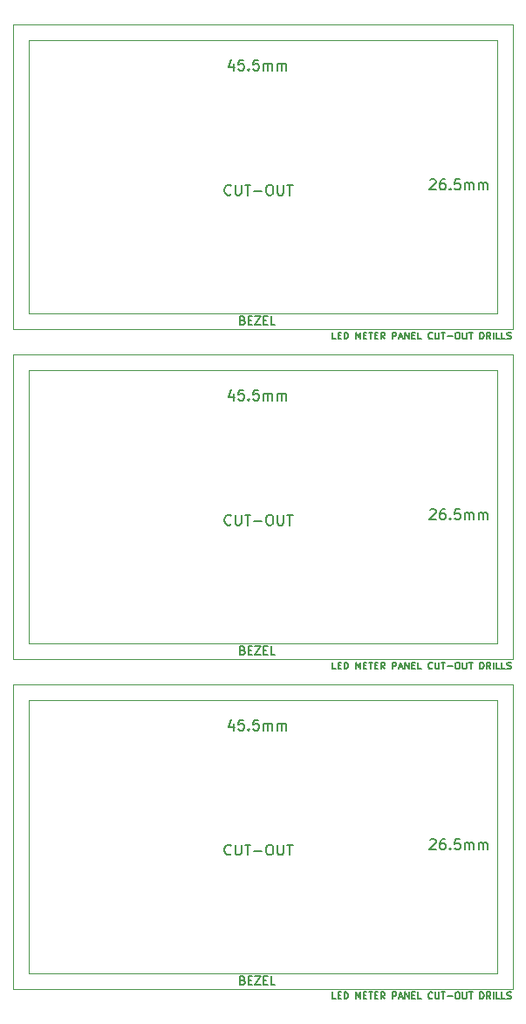
<source format=gbr>
G04 #@! TF.GenerationSoftware,KiCad,Pcbnew,5.1.5+dfsg1-2build2*
G04 #@! TF.CreationDate,2022-03-04T19:21:09-05:00*
G04 #@! TF.ProjectId,,58585858-5858-4585-9858-585858585858,rev?*
G04 #@! TF.SameCoordinates,Original*
G04 #@! TF.FileFunction,Legend,Top*
G04 #@! TF.FilePolarity,Positive*
%FSLAX46Y46*%
G04 Gerber Fmt 4.6, Leading zero omitted, Abs format (unit mm)*
G04 Created by KiCad (PCBNEW 5.1.5+dfsg1-2build2) date 2022-03-04 19:21:09*
%MOMM*%
%LPD*%
G04 APERTURE LIST*
%ADD10C,0.150000*%
%ADD11C,0.120000*%
G04 APERTURE END LIST*
D10*
X110490291Y-141626337D02*
X110604577Y-141664432D01*
X110642672Y-141702527D01*
X110680767Y-141778718D01*
X110680767Y-141893003D01*
X110642672Y-141969194D01*
X110604577Y-142007289D01*
X110528386Y-142045384D01*
X110223624Y-142045384D01*
X110223624Y-141245384D01*
X110490291Y-141245384D01*
X110566481Y-141283480D01*
X110604577Y-141321575D01*
X110642672Y-141397765D01*
X110642672Y-141473956D01*
X110604577Y-141550146D01*
X110566481Y-141588241D01*
X110490291Y-141626337D01*
X110223624Y-141626337D01*
X111023624Y-141626337D02*
X111290291Y-141626337D01*
X111404577Y-142045384D02*
X111023624Y-142045384D01*
X111023624Y-141245384D01*
X111404577Y-141245384D01*
X111671243Y-141245384D02*
X112204577Y-141245384D01*
X111671243Y-142045384D01*
X112204577Y-142045384D01*
X112509339Y-141626337D02*
X112776005Y-141626337D01*
X112890291Y-142045384D02*
X112509339Y-142045384D01*
X112509339Y-141245384D01*
X112890291Y-141245384D01*
X113614100Y-142045384D02*
X113233148Y-142045384D01*
X113233148Y-141245384D01*
X110490291Y-109626337D02*
X110604577Y-109664432D01*
X110642672Y-109702527D01*
X110680767Y-109778718D01*
X110680767Y-109893003D01*
X110642672Y-109969194D01*
X110604577Y-110007289D01*
X110528386Y-110045384D01*
X110223624Y-110045384D01*
X110223624Y-109245384D01*
X110490291Y-109245384D01*
X110566481Y-109283480D01*
X110604577Y-109321575D01*
X110642672Y-109397765D01*
X110642672Y-109473956D01*
X110604577Y-109550146D01*
X110566481Y-109588241D01*
X110490291Y-109626337D01*
X110223624Y-109626337D01*
X111023624Y-109626337D02*
X111290291Y-109626337D01*
X111404577Y-110045384D02*
X111023624Y-110045384D01*
X111023624Y-109245384D01*
X111404577Y-109245384D01*
X111671243Y-109245384D02*
X112204577Y-109245384D01*
X111671243Y-110045384D01*
X112204577Y-110045384D01*
X112509339Y-109626337D02*
X112776005Y-109626337D01*
X112890291Y-110045384D02*
X112509339Y-110045384D01*
X112509339Y-109245384D01*
X112890291Y-109245384D01*
X113614100Y-110045384D02*
X113233148Y-110045384D01*
X113233148Y-109245384D01*
D11*
X88207000Y-112969080D02*
X88207000Y-142469080D01*
X88207000Y-80969080D02*
X88207000Y-110469080D01*
D10*
X109350942Y-129391422D02*
X109303323Y-129439041D01*
X109160466Y-129486660D01*
X109065228Y-129486660D01*
X108922371Y-129439041D01*
X108827133Y-129343803D01*
X108779514Y-129248565D01*
X108731895Y-129058089D01*
X108731895Y-128915232D01*
X108779514Y-128724756D01*
X108827133Y-128629518D01*
X108922371Y-128534280D01*
X109065228Y-128486660D01*
X109160466Y-128486660D01*
X109303323Y-128534280D01*
X109350942Y-128581899D01*
X109779514Y-128486660D02*
X109779514Y-129296184D01*
X109827133Y-129391422D01*
X109874752Y-129439041D01*
X109969990Y-129486660D01*
X110160466Y-129486660D01*
X110255704Y-129439041D01*
X110303323Y-129391422D01*
X110350942Y-129296184D01*
X110350942Y-128486660D01*
X110684276Y-128486660D02*
X111255704Y-128486660D01*
X110969990Y-129486660D02*
X110969990Y-128486660D01*
X111589038Y-129105708D02*
X112350942Y-129105708D01*
X113017609Y-128486660D02*
X113208085Y-128486660D01*
X113303323Y-128534280D01*
X113398561Y-128629518D01*
X113446180Y-128819994D01*
X113446180Y-129153327D01*
X113398561Y-129343803D01*
X113303323Y-129439041D01*
X113208085Y-129486660D01*
X113017609Y-129486660D01*
X112922371Y-129439041D01*
X112827133Y-129343803D01*
X112779514Y-129153327D01*
X112779514Y-128819994D01*
X112827133Y-128629518D01*
X112922371Y-128534280D01*
X113017609Y-128486660D01*
X113874752Y-128486660D02*
X113874752Y-129296184D01*
X113922371Y-129391422D01*
X113969990Y-129439041D01*
X114065228Y-129486660D01*
X114255704Y-129486660D01*
X114350942Y-129439041D01*
X114398561Y-129391422D01*
X114446180Y-129296184D01*
X114446180Y-128486660D01*
X114779514Y-128486660D02*
X115350942Y-128486660D01*
X115065228Y-129486660D02*
X115065228Y-128486660D01*
X109350942Y-97391422D02*
X109303323Y-97439041D01*
X109160466Y-97486660D01*
X109065228Y-97486660D01*
X108922371Y-97439041D01*
X108827133Y-97343803D01*
X108779514Y-97248565D01*
X108731895Y-97058089D01*
X108731895Y-96915232D01*
X108779514Y-96724756D01*
X108827133Y-96629518D01*
X108922371Y-96534280D01*
X109065228Y-96486660D01*
X109160466Y-96486660D01*
X109303323Y-96534280D01*
X109350942Y-96581899D01*
X109779514Y-96486660D02*
X109779514Y-97296184D01*
X109827133Y-97391422D01*
X109874752Y-97439041D01*
X109969990Y-97486660D01*
X110160466Y-97486660D01*
X110255704Y-97439041D01*
X110303323Y-97391422D01*
X110350942Y-97296184D01*
X110350942Y-96486660D01*
X110684276Y-96486660D02*
X111255704Y-96486660D01*
X110969990Y-97486660D02*
X110969990Y-96486660D01*
X111589038Y-97105708D02*
X112350942Y-97105708D01*
X113017609Y-96486660D02*
X113208085Y-96486660D01*
X113303323Y-96534280D01*
X113398561Y-96629518D01*
X113446180Y-96819994D01*
X113446180Y-97153327D01*
X113398561Y-97343803D01*
X113303323Y-97439041D01*
X113208085Y-97486660D01*
X113017609Y-97486660D01*
X112922371Y-97439041D01*
X112827133Y-97343803D01*
X112779514Y-97153327D01*
X112779514Y-96819994D01*
X112827133Y-96629518D01*
X112922371Y-96534280D01*
X113017609Y-96486660D01*
X113874752Y-96486660D02*
X113874752Y-97296184D01*
X113922371Y-97391422D01*
X113969990Y-97439041D01*
X114065228Y-97486660D01*
X114255704Y-97486660D01*
X114350942Y-97439041D01*
X114398561Y-97391422D01*
X114446180Y-97296184D01*
X114446180Y-96486660D01*
X114779514Y-96486660D02*
X115350942Y-96486660D01*
X115065228Y-97486660D02*
X115065228Y-96486660D01*
D11*
X89707000Y-114469080D02*
X135207000Y-114469080D01*
X89707000Y-82469080D02*
X135207000Y-82469080D01*
X136707000Y-112969080D02*
X136707000Y-142469080D01*
X136707000Y-80969080D02*
X136707000Y-110469080D01*
D10*
X119527249Y-143430287D02*
X119217725Y-143430287D01*
X119217725Y-142780287D01*
X119743916Y-143089811D02*
X119960582Y-143089811D01*
X120053440Y-143430287D02*
X119743916Y-143430287D01*
X119743916Y-142780287D01*
X120053440Y-142780287D01*
X120332011Y-143430287D02*
X120332011Y-142780287D01*
X120486773Y-142780287D01*
X120579630Y-142811240D01*
X120641535Y-142873144D01*
X120672487Y-142935049D01*
X120703440Y-143058859D01*
X120703440Y-143151716D01*
X120672487Y-143275525D01*
X120641535Y-143337430D01*
X120579630Y-143399335D01*
X120486773Y-143430287D01*
X120332011Y-143430287D01*
X121477249Y-143430287D02*
X121477249Y-142780287D01*
X121693916Y-143244573D01*
X121910582Y-142780287D01*
X121910582Y-143430287D01*
X122220106Y-143089811D02*
X122436773Y-143089811D01*
X122529630Y-143430287D02*
X122220106Y-143430287D01*
X122220106Y-142780287D01*
X122529630Y-142780287D01*
X122715344Y-142780287D02*
X123086773Y-142780287D01*
X122901059Y-143430287D02*
X122901059Y-142780287D01*
X123303440Y-143089811D02*
X123520106Y-143089811D01*
X123612963Y-143430287D02*
X123303440Y-143430287D01*
X123303440Y-142780287D01*
X123612963Y-142780287D01*
X124262963Y-143430287D02*
X124046297Y-143120763D01*
X123891535Y-143430287D02*
X123891535Y-142780287D01*
X124139154Y-142780287D01*
X124201059Y-142811240D01*
X124232011Y-142842192D01*
X124262963Y-142904097D01*
X124262963Y-142996954D01*
X124232011Y-143058859D01*
X124201059Y-143089811D01*
X124139154Y-143120763D01*
X123891535Y-143120763D01*
X125036773Y-143430287D02*
X125036773Y-142780287D01*
X125284392Y-142780287D01*
X125346297Y-142811240D01*
X125377249Y-142842192D01*
X125408201Y-142904097D01*
X125408201Y-142996954D01*
X125377249Y-143058859D01*
X125346297Y-143089811D01*
X125284392Y-143120763D01*
X125036773Y-143120763D01*
X125655820Y-143244573D02*
X125965344Y-143244573D01*
X125593916Y-143430287D02*
X125810582Y-142780287D01*
X126027249Y-143430287D01*
X126243916Y-143430287D02*
X126243916Y-142780287D01*
X126615344Y-143430287D01*
X126615344Y-142780287D01*
X126924868Y-143089811D02*
X127141535Y-143089811D01*
X127234392Y-143430287D02*
X126924868Y-143430287D01*
X126924868Y-142780287D01*
X127234392Y-142780287D01*
X127822487Y-143430287D02*
X127512963Y-143430287D01*
X127512963Y-142780287D01*
X128905820Y-143368382D02*
X128874868Y-143399335D01*
X128782011Y-143430287D01*
X128720106Y-143430287D01*
X128627249Y-143399335D01*
X128565344Y-143337430D01*
X128534392Y-143275525D01*
X128503440Y-143151716D01*
X128503440Y-143058859D01*
X128534392Y-142935049D01*
X128565344Y-142873144D01*
X128627249Y-142811240D01*
X128720106Y-142780287D01*
X128782011Y-142780287D01*
X128874868Y-142811240D01*
X128905820Y-142842192D01*
X129184392Y-142780287D02*
X129184392Y-143306478D01*
X129215344Y-143368382D01*
X129246297Y-143399335D01*
X129308201Y-143430287D01*
X129432011Y-143430287D01*
X129493916Y-143399335D01*
X129524868Y-143368382D01*
X129555820Y-143306478D01*
X129555820Y-142780287D01*
X129772487Y-142780287D02*
X130143916Y-142780287D01*
X129958201Y-143430287D02*
X129958201Y-142780287D01*
X130360582Y-143182668D02*
X130855820Y-143182668D01*
X131289154Y-142780287D02*
X131412963Y-142780287D01*
X131474868Y-142811240D01*
X131536773Y-142873144D01*
X131567725Y-142996954D01*
X131567725Y-143213620D01*
X131536773Y-143337430D01*
X131474868Y-143399335D01*
X131412963Y-143430287D01*
X131289154Y-143430287D01*
X131227249Y-143399335D01*
X131165344Y-143337430D01*
X131134392Y-143213620D01*
X131134392Y-142996954D01*
X131165344Y-142873144D01*
X131227249Y-142811240D01*
X131289154Y-142780287D01*
X131846297Y-142780287D02*
X131846297Y-143306478D01*
X131877249Y-143368382D01*
X131908201Y-143399335D01*
X131970106Y-143430287D01*
X132093916Y-143430287D01*
X132155820Y-143399335D01*
X132186773Y-143368382D01*
X132217725Y-143306478D01*
X132217725Y-142780287D01*
X132434392Y-142780287D02*
X132805820Y-142780287D01*
X132620106Y-143430287D02*
X132620106Y-142780287D01*
X133517725Y-143430287D02*
X133517725Y-142780287D01*
X133672487Y-142780287D01*
X133765344Y-142811240D01*
X133827249Y-142873144D01*
X133858201Y-142935049D01*
X133889154Y-143058859D01*
X133889154Y-143151716D01*
X133858201Y-143275525D01*
X133827249Y-143337430D01*
X133765344Y-143399335D01*
X133672487Y-143430287D01*
X133517725Y-143430287D01*
X134539154Y-143430287D02*
X134322487Y-143120763D01*
X134167725Y-143430287D02*
X134167725Y-142780287D01*
X134415344Y-142780287D01*
X134477249Y-142811240D01*
X134508201Y-142842192D01*
X134539154Y-142904097D01*
X134539154Y-142996954D01*
X134508201Y-143058859D01*
X134477249Y-143089811D01*
X134415344Y-143120763D01*
X134167725Y-143120763D01*
X134817725Y-143430287D02*
X134817725Y-142780287D01*
X135436773Y-143430287D02*
X135127249Y-143430287D01*
X135127249Y-142780287D01*
X135962963Y-143430287D02*
X135653440Y-143430287D01*
X135653440Y-142780287D01*
X136148678Y-143399335D02*
X136241535Y-143430287D01*
X136396297Y-143430287D01*
X136458201Y-143399335D01*
X136489154Y-143368382D01*
X136520106Y-143306478D01*
X136520106Y-143244573D01*
X136489154Y-143182668D01*
X136458201Y-143151716D01*
X136396297Y-143120763D01*
X136272487Y-143089811D01*
X136210582Y-143058859D01*
X136179630Y-143027906D01*
X136148678Y-142966001D01*
X136148678Y-142904097D01*
X136179630Y-142842192D01*
X136210582Y-142811240D01*
X136272487Y-142780287D01*
X136427249Y-142780287D01*
X136520106Y-142811240D01*
X119527249Y-111430287D02*
X119217725Y-111430287D01*
X119217725Y-110780287D01*
X119743916Y-111089811D02*
X119960582Y-111089811D01*
X120053440Y-111430287D02*
X119743916Y-111430287D01*
X119743916Y-110780287D01*
X120053440Y-110780287D01*
X120332011Y-111430287D02*
X120332011Y-110780287D01*
X120486773Y-110780287D01*
X120579630Y-110811240D01*
X120641535Y-110873144D01*
X120672487Y-110935049D01*
X120703440Y-111058859D01*
X120703440Y-111151716D01*
X120672487Y-111275525D01*
X120641535Y-111337430D01*
X120579630Y-111399335D01*
X120486773Y-111430287D01*
X120332011Y-111430287D01*
X121477249Y-111430287D02*
X121477249Y-110780287D01*
X121693916Y-111244573D01*
X121910582Y-110780287D01*
X121910582Y-111430287D01*
X122220106Y-111089811D02*
X122436773Y-111089811D01*
X122529630Y-111430287D02*
X122220106Y-111430287D01*
X122220106Y-110780287D01*
X122529630Y-110780287D01*
X122715344Y-110780287D02*
X123086773Y-110780287D01*
X122901059Y-111430287D02*
X122901059Y-110780287D01*
X123303440Y-111089811D02*
X123520106Y-111089811D01*
X123612963Y-111430287D02*
X123303440Y-111430287D01*
X123303440Y-110780287D01*
X123612963Y-110780287D01*
X124262963Y-111430287D02*
X124046297Y-111120763D01*
X123891535Y-111430287D02*
X123891535Y-110780287D01*
X124139154Y-110780287D01*
X124201059Y-110811240D01*
X124232011Y-110842192D01*
X124262963Y-110904097D01*
X124262963Y-110996954D01*
X124232011Y-111058859D01*
X124201059Y-111089811D01*
X124139154Y-111120763D01*
X123891535Y-111120763D01*
X125036773Y-111430287D02*
X125036773Y-110780287D01*
X125284392Y-110780287D01*
X125346297Y-110811240D01*
X125377249Y-110842192D01*
X125408201Y-110904097D01*
X125408201Y-110996954D01*
X125377249Y-111058859D01*
X125346297Y-111089811D01*
X125284392Y-111120763D01*
X125036773Y-111120763D01*
X125655820Y-111244573D02*
X125965344Y-111244573D01*
X125593916Y-111430287D02*
X125810582Y-110780287D01*
X126027249Y-111430287D01*
X126243916Y-111430287D02*
X126243916Y-110780287D01*
X126615344Y-111430287D01*
X126615344Y-110780287D01*
X126924868Y-111089811D02*
X127141535Y-111089811D01*
X127234392Y-111430287D02*
X126924868Y-111430287D01*
X126924868Y-110780287D01*
X127234392Y-110780287D01*
X127822487Y-111430287D02*
X127512963Y-111430287D01*
X127512963Y-110780287D01*
X128905820Y-111368382D02*
X128874868Y-111399335D01*
X128782011Y-111430287D01*
X128720106Y-111430287D01*
X128627249Y-111399335D01*
X128565344Y-111337430D01*
X128534392Y-111275525D01*
X128503440Y-111151716D01*
X128503440Y-111058859D01*
X128534392Y-110935049D01*
X128565344Y-110873144D01*
X128627249Y-110811240D01*
X128720106Y-110780287D01*
X128782011Y-110780287D01*
X128874868Y-110811240D01*
X128905820Y-110842192D01*
X129184392Y-110780287D02*
X129184392Y-111306478D01*
X129215344Y-111368382D01*
X129246297Y-111399335D01*
X129308201Y-111430287D01*
X129432011Y-111430287D01*
X129493916Y-111399335D01*
X129524868Y-111368382D01*
X129555820Y-111306478D01*
X129555820Y-110780287D01*
X129772487Y-110780287D02*
X130143916Y-110780287D01*
X129958201Y-111430287D02*
X129958201Y-110780287D01*
X130360582Y-111182668D02*
X130855820Y-111182668D01*
X131289154Y-110780287D02*
X131412963Y-110780287D01*
X131474868Y-110811240D01*
X131536773Y-110873144D01*
X131567725Y-110996954D01*
X131567725Y-111213620D01*
X131536773Y-111337430D01*
X131474868Y-111399335D01*
X131412963Y-111430287D01*
X131289154Y-111430287D01*
X131227249Y-111399335D01*
X131165344Y-111337430D01*
X131134392Y-111213620D01*
X131134392Y-110996954D01*
X131165344Y-110873144D01*
X131227249Y-110811240D01*
X131289154Y-110780287D01*
X131846297Y-110780287D02*
X131846297Y-111306478D01*
X131877249Y-111368382D01*
X131908201Y-111399335D01*
X131970106Y-111430287D01*
X132093916Y-111430287D01*
X132155820Y-111399335D01*
X132186773Y-111368382D01*
X132217725Y-111306478D01*
X132217725Y-110780287D01*
X132434392Y-110780287D02*
X132805820Y-110780287D01*
X132620106Y-111430287D02*
X132620106Y-110780287D01*
X133517725Y-111430287D02*
X133517725Y-110780287D01*
X133672487Y-110780287D01*
X133765344Y-110811240D01*
X133827249Y-110873144D01*
X133858201Y-110935049D01*
X133889154Y-111058859D01*
X133889154Y-111151716D01*
X133858201Y-111275525D01*
X133827249Y-111337430D01*
X133765344Y-111399335D01*
X133672487Y-111430287D01*
X133517725Y-111430287D01*
X134539154Y-111430287D02*
X134322487Y-111120763D01*
X134167725Y-111430287D02*
X134167725Y-110780287D01*
X134415344Y-110780287D01*
X134477249Y-110811240D01*
X134508201Y-110842192D01*
X134539154Y-110904097D01*
X134539154Y-110996954D01*
X134508201Y-111058859D01*
X134477249Y-111089811D01*
X134415344Y-111120763D01*
X134167725Y-111120763D01*
X134817725Y-111430287D02*
X134817725Y-110780287D01*
X135436773Y-111430287D02*
X135127249Y-111430287D01*
X135127249Y-110780287D01*
X135962963Y-111430287D02*
X135653440Y-111430287D01*
X135653440Y-110780287D01*
X136148678Y-111399335D02*
X136241535Y-111430287D01*
X136396297Y-111430287D01*
X136458201Y-111399335D01*
X136489154Y-111368382D01*
X136520106Y-111306478D01*
X136520106Y-111244573D01*
X136489154Y-111182668D01*
X136458201Y-111151716D01*
X136396297Y-111120763D01*
X136272487Y-111089811D01*
X136210582Y-111058859D01*
X136179630Y-111027906D01*
X136148678Y-110966001D01*
X136148678Y-110904097D01*
X136179630Y-110842192D01*
X136210582Y-110811240D01*
X136272487Y-110780287D01*
X136427249Y-110780287D01*
X136520106Y-110811240D01*
X128666076Y-128033259D02*
X128713695Y-127985640D01*
X128808933Y-127938020D01*
X129047028Y-127938020D01*
X129142266Y-127985640D01*
X129189885Y-128033259D01*
X129237504Y-128128497D01*
X129237504Y-128223735D01*
X129189885Y-128366592D01*
X128618457Y-128938020D01*
X129237504Y-128938020D01*
X130094647Y-127938020D02*
X129904171Y-127938020D01*
X129808933Y-127985640D01*
X129761314Y-128033259D01*
X129666076Y-128176116D01*
X129618457Y-128366592D01*
X129618457Y-128747544D01*
X129666076Y-128842782D01*
X129713695Y-128890401D01*
X129808933Y-128938020D01*
X129999409Y-128938020D01*
X130094647Y-128890401D01*
X130142266Y-128842782D01*
X130189885Y-128747544D01*
X130189885Y-128509449D01*
X130142266Y-128414211D01*
X130094647Y-128366592D01*
X129999409Y-128318973D01*
X129808933Y-128318973D01*
X129713695Y-128366592D01*
X129666076Y-128414211D01*
X129618457Y-128509449D01*
X130618457Y-128842782D02*
X130666076Y-128890401D01*
X130618457Y-128938020D01*
X130570838Y-128890401D01*
X130618457Y-128842782D01*
X130618457Y-128938020D01*
X131570838Y-127938020D02*
X131094647Y-127938020D01*
X131047028Y-128414211D01*
X131094647Y-128366592D01*
X131189885Y-128318973D01*
X131427980Y-128318973D01*
X131523219Y-128366592D01*
X131570838Y-128414211D01*
X131618457Y-128509449D01*
X131618457Y-128747544D01*
X131570838Y-128842782D01*
X131523219Y-128890401D01*
X131427980Y-128938020D01*
X131189885Y-128938020D01*
X131094647Y-128890401D01*
X131047028Y-128842782D01*
X132047028Y-128938020D02*
X132047028Y-128271354D01*
X132047028Y-128366592D02*
X132094647Y-128318973D01*
X132189885Y-128271354D01*
X132332742Y-128271354D01*
X132427980Y-128318973D01*
X132475600Y-128414211D01*
X132475600Y-128938020D01*
X132475600Y-128414211D02*
X132523219Y-128318973D01*
X132618457Y-128271354D01*
X132761314Y-128271354D01*
X132856552Y-128318973D01*
X132904171Y-128414211D01*
X132904171Y-128938020D01*
X133380361Y-128938020D02*
X133380361Y-128271354D01*
X133380361Y-128366592D02*
X133427980Y-128318973D01*
X133523219Y-128271354D01*
X133666076Y-128271354D01*
X133761314Y-128318973D01*
X133808933Y-128414211D01*
X133808933Y-128938020D01*
X133808933Y-128414211D02*
X133856552Y-128318973D01*
X133951790Y-128271354D01*
X134094647Y-128271354D01*
X134189885Y-128318973D01*
X134237504Y-128414211D01*
X134237504Y-128938020D01*
X128666076Y-96033259D02*
X128713695Y-95985640D01*
X128808933Y-95938020D01*
X129047028Y-95938020D01*
X129142266Y-95985640D01*
X129189885Y-96033259D01*
X129237504Y-96128497D01*
X129237504Y-96223735D01*
X129189885Y-96366592D01*
X128618457Y-96938020D01*
X129237504Y-96938020D01*
X130094647Y-95938020D02*
X129904171Y-95938020D01*
X129808933Y-95985640D01*
X129761314Y-96033259D01*
X129666076Y-96176116D01*
X129618457Y-96366592D01*
X129618457Y-96747544D01*
X129666076Y-96842782D01*
X129713695Y-96890401D01*
X129808933Y-96938020D01*
X129999409Y-96938020D01*
X130094647Y-96890401D01*
X130142266Y-96842782D01*
X130189885Y-96747544D01*
X130189885Y-96509449D01*
X130142266Y-96414211D01*
X130094647Y-96366592D01*
X129999409Y-96318973D01*
X129808933Y-96318973D01*
X129713695Y-96366592D01*
X129666076Y-96414211D01*
X129618457Y-96509449D01*
X130618457Y-96842782D02*
X130666076Y-96890401D01*
X130618457Y-96938020D01*
X130570838Y-96890401D01*
X130618457Y-96842782D01*
X130618457Y-96938020D01*
X131570838Y-95938020D02*
X131094647Y-95938020D01*
X131047028Y-96414211D01*
X131094647Y-96366592D01*
X131189885Y-96318973D01*
X131427980Y-96318973D01*
X131523219Y-96366592D01*
X131570838Y-96414211D01*
X131618457Y-96509449D01*
X131618457Y-96747544D01*
X131570838Y-96842782D01*
X131523219Y-96890401D01*
X131427980Y-96938020D01*
X131189885Y-96938020D01*
X131094647Y-96890401D01*
X131047028Y-96842782D01*
X132047028Y-96938020D02*
X132047028Y-96271354D01*
X132047028Y-96366592D02*
X132094647Y-96318973D01*
X132189885Y-96271354D01*
X132332742Y-96271354D01*
X132427980Y-96318973D01*
X132475600Y-96414211D01*
X132475600Y-96938020D01*
X132475600Y-96414211D02*
X132523219Y-96318973D01*
X132618457Y-96271354D01*
X132761314Y-96271354D01*
X132856552Y-96318973D01*
X132904171Y-96414211D01*
X132904171Y-96938020D01*
X133380361Y-96938020D02*
X133380361Y-96271354D01*
X133380361Y-96366592D02*
X133427980Y-96318973D01*
X133523219Y-96271354D01*
X133666076Y-96271354D01*
X133761314Y-96318973D01*
X133808933Y-96414211D01*
X133808933Y-96938020D01*
X133808933Y-96414211D02*
X133856552Y-96318973D01*
X133951790Y-96271354D01*
X134094647Y-96271354D01*
X134189885Y-96318973D01*
X134237504Y-96414211D01*
X134237504Y-96938020D01*
X109584266Y-116714354D02*
X109584266Y-117381020D01*
X109346171Y-116333401D02*
X109108076Y-117047687D01*
X109727123Y-117047687D01*
X110584266Y-116381020D02*
X110108076Y-116381020D01*
X110060457Y-116857211D01*
X110108076Y-116809592D01*
X110203314Y-116761973D01*
X110441409Y-116761973D01*
X110536647Y-116809592D01*
X110584266Y-116857211D01*
X110631885Y-116952449D01*
X110631885Y-117190544D01*
X110584266Y-117285782D01*
X110536647Y-117333401D01*
X110441409Y-117381020D01*
X110203314Y-117381020D01*
X110108076Y-117333401D01*
X110060457Y-117285782D01*
X111060457Y-117285782D02*
X111108076Y-117333401D01*
X111060457Y-117381020D01*
X111012838Y-117333401D01*
X111060457Y-117285782D01*
X111060457Y-117381020D01*
X112012838Y-116381020D02*
X111536647Y-116381020D01*
X111489028Y-116857211D01*
X111536647Y-116809592D01*
X111631885Y-116761973D01*
X111869980Y-116761973D01*
X111965219Y-116809592D01*
X112012838Y-116857211D01*
X112060457Y-116952449D01*
X112060457Y-117190544D01*
X112012838Y-117285782D01*
X111965219Y-117333401D01*
X111869980Y-117381020D01*
X111631885Y-117381020D01*
X111536647Y-117333401D01*
X111489028Y-117285782D01*
X112489028Y-117381020D02*
X112489028Y-116714354D01*
X112489028Y-116809592D02*
X112536647Y-116761973D01*
X112631885Y-116714354D01*
X112774742Y-116714354D01*
X112869980Y-116761973D01*
X112917600Y-116857211D01*
X112917600Y-117381020D01*
X112917600Y-116857211D02*
X112965219Y-116761973D01*
X113060457Y-116714354D01*
X113203314Y-116714354D01*
X113298552Y-116761973D01*
X113346171Y-116857211D01*
X113346171Y-117381020D01*
X113822361Y-117381020D02*
X113822361Y-116714354D01*
X113822361Y-116809592D02*
X113869980Y-116761973D01*
X113965219Y-116714354D01*
X114108076Y-116714354D01*
X114203314Y-116761973D01*
X114250933Y-116857211D01*
X114250933Y-117381020D01*
X114250933Y-116857211D02*
X114298552Y-116761973D01*
X114393790Y-116714354D01*
X114536647Y-116714354D01*
X114631885Y-116761973D01*
X114679504Y-116857211D01*
X114679504Y-117381020D01*
X109584266Y-84714354D02*
X109584266Y-85381020D01*
X109346171Y-84333401D02*
X109108076Y-85047687D01*
X109727123Y-85047687D01*
X110584266Y-84381020D02*
X110108076Y-84381020D01*
X110060457Y-84857211D01*
X110108076Y-84809592D01*
X110203314Y-84761973D01*
X110441409Y-84761973D01*
X110536647Y-84809592D01*
X110584266Y-84857211D01*
X110631885Y-84952449D01*
X110631885Y-85190544D01*
X110584266Y-85285782D01*
X110536647Y-85333401D01*
X110441409Y-85381020D01*
X110203314Y-85381020D01*
X110108076Y-85333401D01*
X110060457Y-85285782D01*
X111060457Y-85285782D02*
X111108076Y-85333401D01*
X111060457Y-85381020D01*
X111012838Y-85333401D01*
X111060457Y-85285782D01*
X111060457Y-85381020D01*
X112012838Y-84381020D02*
X111536647Y-84381020D01*
X111489028Y-84857211D01*
X111536647Y-84809592D01*
X111631885Y-84761973D01*
X111869980Y-84761973D01*
X111965219Y-84809592D01*
X112012838Y-84857211D01*
X112060457Y-84952449D01*
X112060457Y-85190544D01*
X112012838Y-85285782D01*
X111965219Y-85333401D01*
X111869980Y-85381020D01*
X111631885Y-85381020D01*
X111536647Y-85333401D01*
X111489028Y-85285782D01*
X112489028Y-85381020D02*
X112489028Y-84714354D01*
X112489028Y-84809592D02*
X112536647Y-84761973D01*
X112631885Y-84714354D01*
X112774742Y-84714354D01*
X112869980Y-84761973D01*
X112917600Y-84857211D01*
X112917600Y-85381020D01*
X112917600Y-84857211D02*
X112965219Y-84761973D01*
X113060457Y-84714354D01*
X113203314Y-84714354D01*
X113298552Y-84761973D01*
X113346171Y-84857211D01*
X113346171Y-85381020D01*
X113822361Y-85381020D02*
X113822361Y-84714354D01*
X113822361Y-84809592D02*
X113869980Y-84761973D01*
X113965219Y-84714354D01*
X114108076Y-84714354D01*
X114203314Y-84761973D01*
X114250933Y-84857211D01*
X114250933Y-85381020D01*
X114250933Y-84857211D02*
X114298552Y-84761973D01*
X114393790Y-84714354D01*
X114536647Y-84714354D01*
X114631885Y-84761973D01*
X114679504Y-84857211D01*
X114679504Y-85381020D01*
D11*
X88207000Y-142469080D02*
X136707000Y-142469080D01*
X88207000Y-110469080D02*
X136707000Y-110469080D01*
X88207000Y-112969080D02*
X136707000Y-112969080D01*
X88207000Y-80969080D02*
X136707000Y-80969080D01*
X89707000Y-114469080D02*
X89707000Y-140969080D01*
X89707000Y-82469080D02*
X89707000Y-108969080D01*
X135207000Y-114469080D02*
X135207000Y-140969080D01*
X135207000Y-82469080D02*
X135207000Y-108969080D01*
X89707000Y-140969080D02*
X135207000Y-140969080D01*
X89707000Y-108969080D02*
X135207000Y-108969080D01*
D10*
X119527249Y-79430287D02*
X119217725Y-79430287D01*
X119217725Y-78780287D01*
X119743916Y-79089811D02*
X119960582Y-79089811D01*
X120053440Y-79430287D02*
X119743916Y-79430287D01*
X119743916Y-78780287D01*
X120053440Y-78780287D01*
X120332011Y-79430287D02*
X120332011Y-78780287D01*
X120486773Y-78780287D01*
X120579630Y-78811240D01*
X120641535Y-78873144D01*
X120672487Y-78935049D01*
X120703440Y-79058859D01*
X120703440Y-79151716D01*
X120672487Y-79275525D01*
X120641535Y-79337430D01*
X120579630Y-79399335D01*
X120486773Y-79430287D01*
X120332011Y-79430287D01*
X121477249Y-79430287D02*
X121477249Y-78780287D01*
X121693916Y-79244573D01*
X121910582Y-78780287D01*
X121910582Y-79430287D01*
X122220106Y-79089811D02*
X122436773Y-79089811D01*
X122529630Y-79430287D02*
X122220106Y-79430287D01*
X122220106Y-78780287D01*
X122529630Y-78780287D01*
X122715344Y-78780287D02*
X123086773Y-78780287D01*
X122901059Y-79430287D02*
X122901059Y-78780287D01*
X123303440Y-79089811D02*
X123520106Y-79089811D01*
X123612963Y-79430287D02*
X123303440Y-79430287D01*
X123303440Y-78780287D01*
X123612963Y-78780287D01*
X124262963Y-79430287D02*
X124046297Y-79120763D01*
X123891535Y-79430287D02*
X123891535Y-78780287D01*
X124139154Y-78780287D01*
X124201059Y-78811240D01*
X124232011Y-78842192D01*
X124262963Y-78904097D01*
X124262963Y-78996954D01*
X124232011Y-79058859D01*
X124201059Y-79089811D01*
X124139154Y-79120763D01*
X123891535Y-79120763D01*
X125036773Y-79430287D02*
X125036773Y-78780287D01*
X125284392Y-78780287D01*
X125346297Y-78811240D01*
X125377249Y-78842192D01*
X125408201Y-78904097D01*
X125408201Y-78996954D01*
X125377249Y-79058859D01*
X125346297Y-79089811D01*
X125284392Y-79120763D01*
X125036773Y-79120763D01*
X125655820Y-79244573D02*
X125965344Y-79244573D01*
X125593916Y-79430287D02*
X125810582Y-78780287D01*
X126027249Y-79430287D01*
X126243916Y-79430287D02*
X126243916Y-78780287D01*
X126615344Y-79430287D01*
X126615344Y-78780287D01*
X126924868Y-79089811D02*
X127141535Y-79089811D01*
X127234392Y-79430287D02*
X126924868Y-79430287D01*
X126924868Y-78780287D01*
X127234392Y-78780287D01*
X127822487Y-79430287D02*
X127512963Y-79430287D01*
X127512963Y-78780287D01*
X128905820Y-79368382D02*
X128874868Y-79399335D01*
X128782011Y-79430287D01*
X128720106Y-79430287D01*
X128627249Y-79399335D01*
X128565344Y-79337430D01*
X128534392Y-79275525D01*
X128503440Y-79151716D01*
X128503440Y-79058859D01*
X128534392Y-78935049D01*
X128565344Y-78873144D01*
X128627249Y-78811240D01*
X128720106Y-78780287D01*
X128782011Y-78780287D01*
X128874868Y-78811240D01*
X128905820Y-78842192D01*
X129184392Y-78780287D02*
X129184392Y-79306478D01*
X129215344Y-79368382D01*
X129246297Y-79399335D01*
X129308201Y-79430287D01*
X129432011Y-79430287D01*
X129493916Y-79399335D01*
X129524868Y-79368382D01*
X129555820Y-79306478D01*
X129555820Y-78780287D01*
X129772487Y-78780287D02*
X130143916Y-78780287D01*
X129958201Y-79430287D02*
X129958201Y-78780287D01*
X130360582Y-79182668D02*
X130855820Y-79182668D01*
X131289154Y-78780287D02*
X131412963Y-78780287D01*
X131474868Y-78811240D01*
X131536773Y-78873144D01*
X131567725Y-78996954D01*
X131567725Y-79213620D01*
X131536773Y-79337430D01*
X131474868Y-79399335D01*
X131412963Y-79430287D01*
X131289154Y-79430287D01*
X131227249Y-79399335D01*
X131165344Y-79337430D01*
X131134392Y-79213620D01*
X131134392Y-78996954D01*
X131165344Y-78873144D01*
X131227249Y-78811240D01*
X131289154Y-78780287D01*
X131846297Y-78780287D02*
X131846297Y-79306478D01*
X131877249Y-79368382D01*
X131908201Y-79399335D01*
X131970106Y-79430287D01*
X132093916Y-79430287D01*
X132155820Y-79399335D01*
X132186773Y-79368382D01*
X132217725Y-79306478D01*
X132217725Y-78780287D01*
X132434392Y-78780287D02*
X132805820Y-78780287D01*
X132620106Y-79430287D02*
X132620106Y-78780287D01*
X133517725Y-79430287D02*
X133517725Y-78780287D01*
X133672487Y-78780287D01*
X133765344Y-78811240D01*
X133827249Y-78873144D01*
X133858201Y-78935049D01*
X133889154Y-79058859D01*
X133889154Y-79151716D01*
X133858201Y-79275525D01*
X133827249Y-79337430D01*
X133765344Y-79399335D01*
X133672487Y-79430287D01*
X133517725Y-79430287D01*
X134539154Y-79430287D02*
X134322487Y-79120763D01*
X134167725Y-79430287D02*
X134167725Y-78780287D01*
X134415344Y-78780287D01*
X134477249Y-78811240D01*
X134508201Y-78842192D01*
X134539154Y-78904097D01*
X134539154Y-78996954D01*
X134508201Y-79058859D01*
X134477249Y-79089811D01*
X134415344Y-79120763D01*
X134167725Y-79120763D01*
X134817725Y-79430287D02*
X134817725Y-78780287D01*
X135436773Y-79430287D02*
X135127249Y-79430287D01*
X135127249Y-78780287D01*
X135962963Y-79430287D02*
X135653440Y-79430287D01*
X135653440Y-78780287D01*
X136148678Y-79399335D02*
X136241535Y-79430287D01*
X136396297Y-79430287D01*
X136458201Y-79399335D01*
X136489154Y-79368382D01*
X136520106Y-79306478D01*
X136520106Y-79244573D01*
X136489154Y-79182668D01*
X136458201Y-79151716D01*
X136396297Y-79120763D01*
X136272487Y-79089811D01*
X136210582Y-79058859D01*
X136179630Y-79027906D01*
X136148678Y-78966001D01*
X136148678Y-78904097D01*
X136179630Y-78842192D01*
X136210582Y-78811240D01*
X136272487Y-78780287D01*
X136427249Y-78780287D01*
X136520106Y-78811240D01*
X110490291Y-77626337D02*
X110604577Y-77664432D01*
X110642672Y-77702527D01*
X110680767Y-77778718D01*
X110680767Y-77893003D01*
X110642672Y-77969194D01*
X110604577Y-78007289D01*
X110528386Y-78045384D01*
X110223624Y-78045384D01*
X110223624Y-77245384D01*
X110490291Y-77245384D01*
X110566481Y-77283480D01*
X110604577Y-77321575D01*
X110642672Y-77397765D01*
X110642672Y-77473956D01*
X110604577Y-77550146D01*
X110566481Y-77588241D01*
X110490291Y-77626337D01*
X110223624Y-77626337D01*
X111023624Y-77626337D02*
X111290291Y-77626337D01*
X111404577Y-78045384D02*
X111023624Y-78045384D01*
X111023624Y-77245384D01*
X111404577Y-77245384D01*
X111671243Y-77245384D02*
X112204577Y-77245384D01*
X111671243Y-78045384D01*
X112204577Y-78045384D01*
X112509339Y-77626337D02*
X112776005Y-77626337D01*
X112890291Y-78045384D02*
X112509339Y-78045384D01*
X112509339Y-77245384D01*
X112890291Y-77245384D01*
X113614100Y-78045384D02*
X113233148Y-78045384D01*
X113233148Y-77245384D01*
D11*
X136707000Y-48969080D02*
X136707000Y-78469080D01*
X88207000Y-48969080D02*
X88207000Y-78469080D01*
D10*
X109350942Y-65391422D02*
X109303323Y-65439041D01*
X109160466Y-65486660D01*
X109065228Y-65486660D01*
X108922371Y-65439041D01*
X108827133Y-65343803D01*
X108779514Y-65248565D01*
X108731895Y-65058089D01*
X108731895Y-64915232D01*
X108779514Y-64724756D01*
X108827133Y-64629518D01*
X108922371Y-64534280D01*
X109065228Y-64486660D01*
X109160466Y-64486660D01*
X109303323Y-64534280D01*
X109350942Y-64581899D01*
X109779514Y-64486660D02*
X109779514Y-65296184D01*
X109827133Y-65391422D01*
X109874752Y-65439041D01*
X109969990Y-65486660D01*
X110160466Y-65486660D01*
X110255704Y-65439041D01*
X110303323Y-65391422D01*
X110350942Y-65296184D01*
X110350942Y-64486660D01*
X110684276Y-64486660D02*
X111255704Y-64486660D01*
X110969990Y-65486660D02*
X110969990Y-64486660D01*
X111589038Y-65105708D02*
X112350942Y-65105708D01*
X113017609Y-64486660D02*
X113208085Y-64486660D01*
X113303323Y-64534280D01*
X113398561Y-64629518D01*
X113446180Y-64819994D01*
X113446180Y-65153327D01*
X113398561Y-65343803D01*
X113303323Y-65439041D01*
X113208085Y-65486660D01*
X113017609Y-65486660D01*
X112922371Y-65439041D01*
X112827133Y-65343803D01*
X112779514Y-65153327D01*
X112779514Y-64819994D01*
X112827133Y-64629518D01*
X112922371Y-64534280D01*
X113017609Y-64486660D01*
X113874752Y-64486660D02*
X113874752Y-65296184D01*
X113922371Y-65391422D01*
X113969990Y-65439041D01*
X114065228Y-65486660D01*
X114255704Y-65486660D01*
X114350942Y-65439041D01*
X114398561Y-65391422D01*
X114446180Y-65296184D01*
X114446180Y-64486660D01*
X114779514Y-64486660D02*
X115350942Y-64486660D01*
X115065228Y-65486660D02*
X115065228Y-64486660D01*
D11*
X88207000Y-78469080D02*
X136707000Y-78469080D01*
X88207000Y-48969080D02*
X136707000Y-48969080D01*
D10*
X128666076Y-64033259D02*
X128713695Y-63985640D01*
X128808933Y-63938020D01*
X129047028Y-63938020D01*
X129142266Y-63985640D01*
X129189885Y-64033259D01*
X129237504Y-64128497D01*
X129237504Y-64223735D01*
X129189885Y-64366592D01*
X128618457Y-64938020D01*
X129237504Y-64938020D01*
X130094647Y-63938020D02*
X129904171Y-63938020D01*
X129808933Y-63985640D01*
X129761314Y-64033259D01*
X129666076Y-64176116D01*
X129618457Y-64366592D01*
X129618457Y-64747544D01*
X129666076Y-64842782D01*
X129713695Y-64890401D01*
X129808933Y-64938020D01*
X129999409Y-64938020D01*
X130094647Y-64890401D01*
X130142266Y-64842782D01*
X130189885Y-64747544D01*
X130189885Y-64509449D01*
X130142266Y-64414211D01*
X130094647Y-64366592D01*
X129999409Y-64318973D01*
X129808933Y-64318973D01*
X129713695Y-64366592D01*
X129666076Y-64414211D01*
X129618457Y-64509449D01*
X130618457Y-64842782D02*
X130666076Y-64890401D01*
X130618457Y-64938020D01*
X130570838Y-64890401D01*
X130618457Y-64842782D01*
X130618457Y-64938020D01*
X131570838Y-63938020D02*
X131094647Y-63938020D01*
X131047028Y-64414211D01*
X131094647Y-64366592D01*
X131189885Y-64318973D01*
X131427980Y-64318973D01*
X131523219Y-64366592D01*
X131570838Y-64414211D01*
X131618457Y-64509449D01*
X131618457Y-64747544D01*
X131570838Y-64842782D01*
X131523219Y-64890401D01*
X131427980Y-64938020D01*
X131189885Y-64938020D01*
X131094647Y-64890401D01*
X131047028Y-64842782D01*
X132047028Y-64938020D02*
X132047028Y-64271354D01*
X132047028Y-64366592D02*
X132094647Y-64318973D01*
X132189885Y-64271354D01*
X132332742Y-64271354D01*
X132427980Y-64318973D01*
X132475600Y-64414211D01*
X132475600Y-64938020D01*
X132475600Y-64414211D02*
X132523219Y-64318973D01*
X132618457Y-64271354D01*
X132761314Y-64271354D01*
X132856552Y-64318973D01*
X132904171Y-64414211D01*
X132904171Y-64938020D01*
X133380361Y-64938020D02*
X133380361Y-64271354D01*
X133380361Y-64366592D02*
X133427980Y-64318973D01*
X133523219Y-64271354D01*
X133666076Y-64271354D01*
X133761314Y-64318973D01*
X133808933Y-64414211D01*
X133808933Y-64938020D01*
X133808933Y-64414211D02*
X133856552Y-64318973D01*
X133951790Y-64271354D01*
X134094647Y-64271354D01*
X134189885Y-64318973D01*
X134237504Y-64414211D01*
X134237504Y-64938020D01*
X109584266Y-52714354D02*
X109584266Y-53381020D01*
X109346171Y-52333401D02*
X109108076Y-53047687D01*
X109727123Y-53047687D01*
X110584266Y-52381020D02*
X110108076Y-52381020D01*
X110060457Y-52857211D01*
X110108076Y-52809592D01*
X110203314Y-52761973D01*
X110441409Y-52761973D01*
X110536647Y-52809592D01*
X110584266Y-52857211D01*
X110631885Y-52952449D01*
X110631885Y-53190544D01*
X110584266Y-53285782D01*
X110536647Y-53333401D01*
X110441409Y-53381020D01*
X110203314Y-53381020D01*
X110108076Y-53333401D01*
X110060457Y-53285782D01*
X111060457Y-53285782D02*
X111108076Y-53333401D01*
X111060457Y-53381020D01*
X111012838Y-53333401D01*
X111060457Y-53285782D01*
X111060457Y-53381020D01*
X112012838Y-52381020D02*
X111536647Y-52381020D01*
X111489028Y-52857211D01*
X111536647Y-52809592D01*
X111631885Y-52761973D01*
X111869980Y-52761973D01*
X111965219Y-52809592D01*
X112012838Y-52857211D01*
X112060457Y-52952449D01*
X112060457Y-53190544D01*
X112012838Y-53285782D01*
X111965219Y-53333401D01*
X111869980Y-53381020D01*
X111631885Y-53381020D01*
X111536647Y-53333401D01*
X111489028Y-53285782D01*
X112489028Y-53381020D02*
X112489028Y-52714354D01*
X112489028Y-52809592D02*
X112536647Y-52761973D01*
X112631885Y-52714354D01*
X112774742Y-52714354D01*
X112869980Y-52761973D01*
X112917600Y-52857211D01*
X112917600Y-53381020D01*
X112917600Y-52857211D02*
X112965219Y-52761973D01*
X113060457Y-52714354D01*
X113203314Y-52714354D01*
X113298552Y-52761973D01*
X113346171Y-52857211D01*
X113346171Y-53381020D01*
X113822361Y-53381020D02*
X113822361Y-52714354D01*
X113822361Y-52809592D02*
X113869980Y-52761973D01*
X113965219Y-52714354D01*
X114108076Y-52714354D01*
X114203314Y-52761973D01*
X114250933Y-52857211D01*
X114250933Y-53381020D01*
X114250933Y-52857211D02*
X114298552Y-52761973D01*
X114393790Y-52714354D01*
X114536647Y-52714354D01*
X114631885Y-52761973D01*
X114679504Y-52857211D01*
X114679504Y-53381020D01*
D11*
X89707000Y-50469080D02*
X89707000Y-76969080D01*
X135207000Y-50469080D02*
X135207000Y-76969080D01*
X89707000Y-76969080D02*
X135207000Y-76969080D01*
X89707000Y-50469080D02*
X135207000Y-50469080D01*
M02*

</source>
